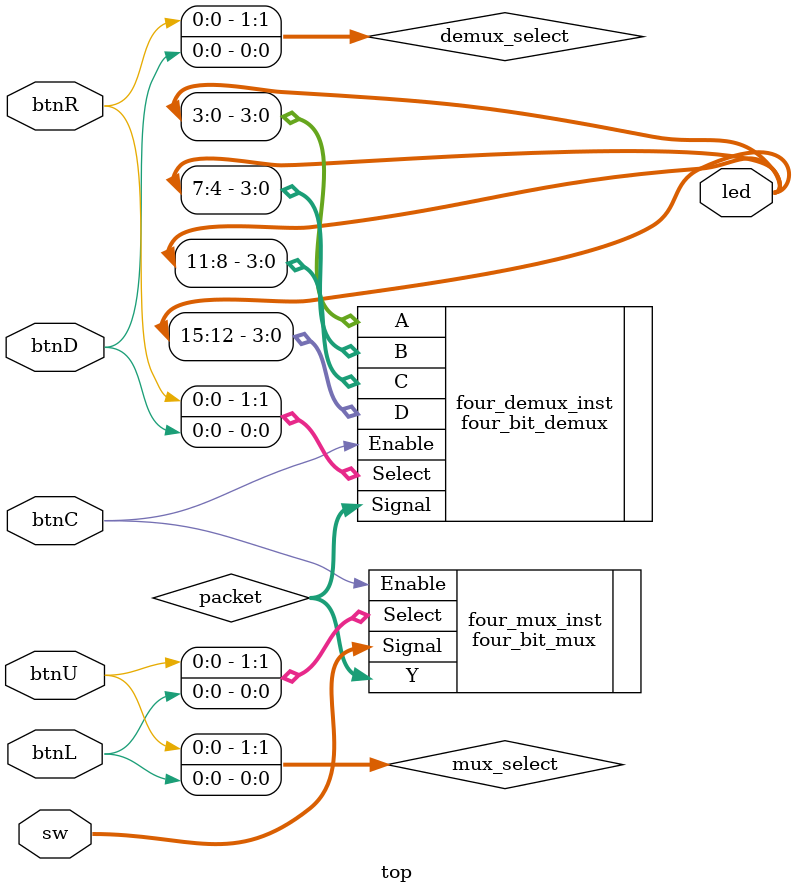
<source format=v>
module top(
    input [15:0] sw,
    input btnL, btnU, btnD, btnR, btnC,
    output [15:0] led
);

    wire [1:0] mux_select;
    assign mux_select = {btnU, btnL};
    
    wire [1:0] demux_select;
    assign demux_select = {btnR, btnD};
    
    wire [3:0] packet;
    
    four_bit_mux four_mux_inst(
        .Select(mux_select),
        .Signal(sw[15:0]),
        .Enable(btnC),
        .Y(packet)
    );
    
    four_bit_demux four_demux_inst(
        .Select(demux_select),
        .Signal(packet),
        .Enable(btnC),
        .A(led[3:0]),
        .B(led[7:4]),
        .C(led[11:8]),
        .D(led[15:12])
    );

endmodule

</source>
